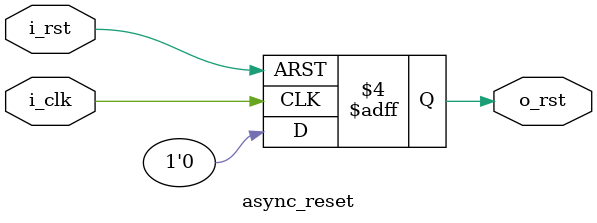
<source format=v>
`timescale 1ns / 1ps



module async_reset(
    input  wire i_clk,      // clock
    input  wire i_rst,      // reset (active high)
    output reg  o_rst       // output reset
    );
   

    (* ASYNC_REG = "TRUE" *) reg [1:0] rst_shf;  // reset shift reg

    initial o_rst = 1'b1;       // start off with reset asserted
    initial rst_shf = 2'b11;    //  and reset shift reg populated

    always @(posedge i_clk or posedge i_rst)
    if (i_rst)
        {o_rst, rst_shf} <= 3'b111;
    else
       // {o_rst, rst_shf} <= {rst_shf, 1'b0};
        {o_rst, rst_shf} <= 3'b000;
endmodule
</source>
